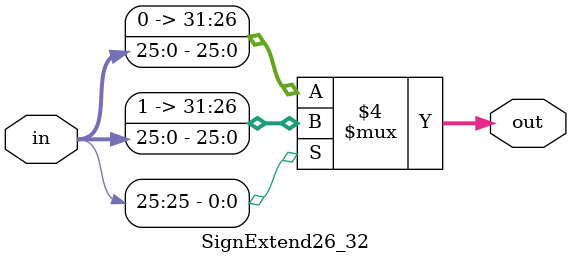
<source format=v>
`timescale 1ns / 1ps
module SignExtend26_32(input wire [25:0] in, output reg [31:0] out);

	always @(*)
	begin
		if(in[25] == 1)
		begin
			out = {6'b111111 , in}; 
		end
		else
		begin
			out = {6'b000000, in};
		end
	end

endmodule
</source>
